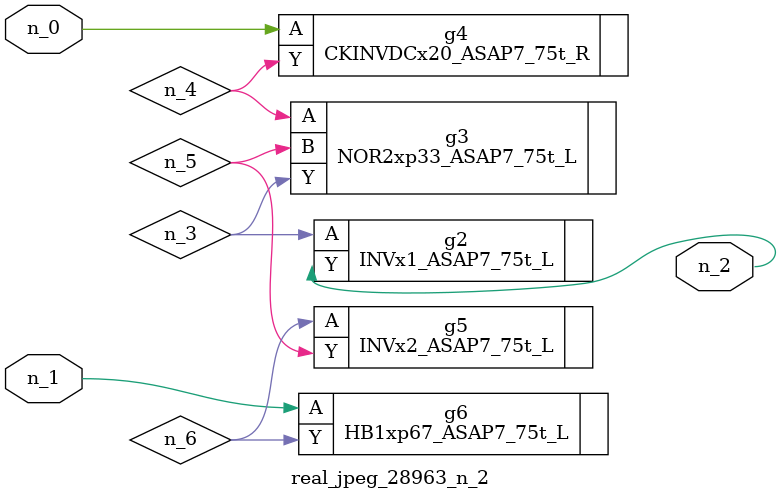
<source format=v>
module real_jpeg_28963_n_2 (n_1, n_0, n_2);

input n_1;
input n_0;

output n_2;

wire n_5;
wire n_4;
wire n_6;
wire n_3;

CKINVDCx20_ASAP7_75t_R g4 ( 
.A(n_0),
.Y(n_4)
);

HB1xp67_ASAP7_75t_L g6 ( 
.A(n_1),
.Y(n_6)
);

INVx1_ASAP7_75t_L g2 ( 
.A(n_3),
.Y(n_2)
);

NOR2xp33_ASAP7_75t_L g3 ( 
.A(n_4),
.B(n_5),
.Y(n_3)
);

INVx2_ASAP7_75t_L g5 ( 
.A(n_6),
.Y(n_5)
);


endmodule
</source>
